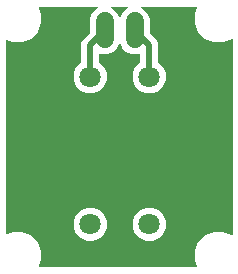
<source format=gbr>
G04 EAGLE Gerber RS-274X export*
G75*
%MOMM*%
%FSLAX34Y34*%
%LPD*%
%INTop Copper*%
%IPPOS*%
%AMOC8*
5,1,8,0,0,1.08239X$1,22.5*%
G01*
%ADD10C,1.800000*%
%ADD11C,1.524000*%
%ADD12C,0.500000*%

G36*
X171792Y10168D02*
X171792Y10168D01*
X171838Y10166D01*
X171913Y10188D01*
X171990Y10200D01*
X172030Y10222D01*
X172074Y10235D01*
X172138Y10279D01*
X172207Y10316D01*
X172239Y10349D01*
X172276Y10375D01*
X172323Y10438D01*
X172377Y10494D01*
X172396Y10536D01*
X172423Y10572D01*
X172447Y10646D01*
X172480Y10717D01*
X172485Y10763D01*
X172499Y10806D01*
X172499Y10884D01*
X172507Y10961D01*
X172497Y11006D01*
X172497Y11052D01*
X172459Y11184D01*
X172455Y11202D01*
X172452Y11206D01*
X172450Y11213D01*
X170339Y16310D01*
X170339Y24330D01*
X173409Y31740D01*
X179080Y37411D01*
X186490Y40481D01*
X194510Y40481D01*
X201387Y37632D01*
X201431Y37622D01*
X201473Y37603D01*
X201550Y37594D01*
X201626Y37576D01*
X201672Y37581D01*
X201717Y37575D01*
X201794Y37592D01*
X201871Y37599D01*
X201913Y37618D01*
X201958Y37628D01*
X202025Y37668D01*
X202096Y37699D01*
X202130Y37730D01*
X202169Y37754D01*
X202220Y37813D01*
X202277Y37866D01*
X202299Y37906D01*
X202329Y37941D01*
X202358Y38013D01*
X202395Y38081D01*
X202404Y38126D01*
X202421Y38169D01*
X202436Y38305D01*
X202439Y38323D01*
X202438Y38328D01*
X202439Y38336D01*
X202439Y202964D01*
X202432Y203010D01*
X202434Y203055D01*
X202412Y203130D01*
X202400Y203207D01*
X202378Y203248D01*
X202365Y203292D01*
X202321Y203356D01*
X202284Y203424D01*
X202251Y203456D01*
X202225Y203494D01*
X202162Y203540D01*
X202106Y203594D01*
X202064Y203613D01*
X202028Y203641D01*
X201954Y203665D01*
X201883Y203697D01*
X201837Y203703D01*
X201794Y203717D01*
X201716Y203716D01*
X201639Y203725D01*
X201594Y203715D01*
X201548Y203714D01*
X201416Y203676D01*
X201398Y203672D01*
X201394Y203670D01*
X201387Y203668D01*
X194510Y200819D01*
X186490Y200819D01*
X179080Y203889D01*
X173409Y209560D01*
X170339Y216970D01*
X170339Y224990D01*
X172409Y229987D01*
X172419Y230031D01*
X172439Y230073D01*
X172447Y230150D01*
X172465Y230226D01*
X172461Y230272D01*
X172466Y230317D01*
X172449Y230394D01*
X172442Y230471D01*
X172423Y230513D01*
X172414Y230558D01*
X172374Y230625D01*
X172342Y230696D01*
X172311Y230730D01*
X172287Y230769D01*
X172228Y230820D01*
X172176Y230877D01*
X172135Y230899D01*
X172100Y230929D01*
X172028Y230958D01*
X171960Y230995D01*
X171915Y231004D01*
X171872Y231021D01*
X171736Y231036D01*
X171718Y231039D01*
X171713Y231038D01*
X171706Y231039D01*
X125769Y231039D01*
X125673Y231024D01*
X125576Y231014D01*
X125552Y231004D01*
X125527Y231000D01*
X125441Y230954D01*
X125351Y230914D01*
X125332Y230897D01*
X125309Y230884D01*
X125242Y230814D01*
X125170Y230748D01*
X125158Y230725D01*
X125140Y230706D01*
X125099Y230618D01*
X125052Y230532D01*
X125047Y230507D01*
X125036Y230483D01*
X125025Y230386D01*
X125008Y230290D01*
X125012Y230264D01*
X125009Y230239D01*
X125030Y230143D01*
X125044Y230047D01*
X125056Y230024D01*
X125061Y229998D01*
X125111Y229915D01*
X125155Y229828D01*
X125174Y229809D01*
X125187Y229787D01*
X125262Y229724D01*
X125331Y229656D01*
X125360Y229640D01*
X125374Y229627D01*
X125405Y229615D01*
X125478Y229575D01*
X126529Y229139D01*
X130079Y225589D01*
X132001Y220950D01*
X132001Y209122D01*
X132015Y209032D01*
X132023Y208941D01*
X132035Y208911D01*
X132040Y208879D01*
X132083Y208799D01*
X132119Y208715D01*
X132145Y208683D01*
X132156Y208662D01*
X132179Y208640D01*
X132224Y208584D01*
X138039Y202769D01*
X139181Y200012D01*
X139181Y184276D01*
X139200Y184161D01*
X139217Y184045D01*
X139219Y184039D01*
X139220Y184033D01*
X139275Y183930D01*
X139328Y183826D01*
X139333Y183821D01*
X139336Y183816D01*
X139421Y183735D01*
X139504Y183654D01*
X139510Y183650D01*
X139514Y183647D01*
X139531Y183639D01*
X139599Y183601D01*
X143549Y179651D01*
X145681Y174505D01*
X145681Y168935D01*
X143549Y163789D01*
X139611Y159851D01*
X134465Y157719D01*
X128895Y157719D01*
X123749Y159851D01*
X119811Y163789D01*
X117679Y168935D01*
X117679Y174505D01*
X119811Y179651D01*
X123771Y183611D01*
X123808Y183634D01*
X123909Y183694D01*
X123913Y183699D01*
X123918Y183702D01*
X123992Y183791D01*
X124069Y183881D01*
X124071Y183887D01*
X124075Y183892D01*
X124117Y184000D01*
X124161Y184109D01*
X124162Y184117D01*
X124163Y184121D01*
X124164Y184140D01*
X124179Y184276D01*
X124179Y190388D01*
X124172Y190433D01*
X124174Y190479D01*
X124152Y190554D01*
X124140Y190631D01*
X124118Y190671D01*
X124105Y190715D01*
X124061Y190779D01*
X124024Y190848D01*
X123991Y190880D01*
X123965Y190917D01*
X123902Y190964D01*
X123846Y191018D01*
X123804Y191037D01*
X123768Y191064D01*
X123694Y191088D01*
X123623Y191121D01*
X123577Y191126D01*
X123534Y191140D01*
X123456Y191140D01*
X123379Y191148D01*
X123334Y191139D01*
X123288Y191138D01*
X123156Y191100D01*
X123138Y191096D01*
X123134Y191093D01*
X123127Y191091D01*
X121890Y190579D01*
X116870Y190579D01*
X112231Y192501D01*
X108681Y196051D01*
X107383Y199183D01*
X107345Y199244D01*
X107316Y199309D01*
X107281Y199348D01*
X107254Y199392D01*
X107198Y199438D01*
X107150Y199491D01*
X107104Y199516D01*
X107064Y199549D01*
X106997Y199575D01*
X106934Y199609D01*
X106883Y199618D01*
X106835Y199637D01*
X106763Y199640D01*
X106692Y199653D01*
X106641Y199645D01*
X106589Y199648D01*
X106520Y199628D01*
X106449Y199617D01*
X106403Y199593D01*
X106353Y199579D01*
X106294Y199538D01*
X106230Y199506D01*
X106193Y199468D01*
X106151Y199439D01*
X106108Y199381D01*
X106058Y199330D01*
X106023Y199267D01*
X106004Y199241D01*
X105997Y199219D01*
X105977Y199183D01*
X104679Y196051D01*
X101129Y192501D01*
X96490Y190579D01*
X91470Y190579D01*
X90233Y191091D01*
X90189Y191102D01*
X90147Y191121D01*
X90070Y191130D01*
X89994Y191148D01*
X89948Y191143D01*
X89903Y191148D01*
X89826Y191132D01*
X89749Y191124D01*
X89707Y191106D01*
X89662Y191096D01*
X89595Y191056D01*
X89524Y191024D01*
X89490Y190993D01*
X89451Y190970D01*
X89400Y190911D01*
X89343Y190858D01*
X89321Y190818D01*
X89291Y190783D01*
X89262Y190711D01*
X89225Y190643D01*
X89216Y190597D01*
X89199Y190555D01*
X89184Y190419D01*
X89181Y190400D01*
X89182Y190395D01*
X89181Y190388D01*
X89181Y184276D01*
X89200Y184161D01*
X89217Y184045D01*
X89219Y184039D01*
X89220Y184033D01*
X89275Y183930D01*
X89328Y183826D01*
X89333Y183821D01*
X89336Y183816D01*
X89421Y183735D01*
X89504Y183654D01*
X89510Y183650D01*
X89514Y183647D01*
X89531Y183639D01*
X89599Y183601D01*
X93549Y179651D01*
X95681Y174505D01*
X95681Y168935D01*
X93549Y163789D01*
X89611Y159851D01*
X84465Y157719D01*
X78895Y157719D01*
X73749Y159851D01*
X69811Y163789D01*
X67679Y168935D01*
X67679Y174505D01*
X69811Y179651D01*
X73771Y183611D01*
X73808Y183634D01*
X73909Y183694D01*
X73913Y183699D01*
X73918Y183702D01*
X73992Y183791D01*
X74069Y183881D01*
X74071Y183887D01*
X74075Y183892D01*
X74117Y184000D01*
X74161Y184109D01*
X74162Y184117D01*
X74163Y184121D01*
X74164Y184140D01*
X74179Y184276D01*
X74179Y200012D01*
X75321Y202769D01*
X81136Y208584D01*
X81189Y208658D01*
X81249Y208727D01*
X81261Y208758D01*
X81280Y208784D01*
X81307Y208871D01*
X81341Y208956D01*
X81345Y208996D01*
X81352Y209019D01*
X81351Y209051D01*
X81359Y209122D01*
X81359Y220950D01*
X83281Y225589D01*
X86831Y229139D01*
X87882Y229575D01*
X87965Y229626D01*
X88051Y229672D01*
X88069Y229691D01*
X88091Y229704D01*
X88153Y229779D01*
X88220Y229850D01*
X88231Y229874D01*
X88248Y229894D01*
X88283Y229985D01*
X88324Y230073D01*
X88327Y230099D01*
X88336Y230123D01*
X88340Y230221D01*
X88351Y230317D01*
X88345Y230343D01*
X88347Y230369D01*
X88319Y230463D01*
X88299Y230558D01*
X88285Y230580D01*
X88278Y230605D01*
X88222Y230685D01*
X88173Y230769D01*
X88153Y230786D01*
X88138Y230807D01*
X88060Y230866D01*
X87986Y230929D01*
X87961Y230939D01*
X87940Y230954D01*
X87848Y230984D01*
X87757Y231021D01*
X87725Y231024D01*
X87706Y231030D01*
X87673Y231030D01*
X87591Y231039D01*
X39114Y231039D01*
X39069Y231032D01*
X39023Y231034D01*
X38948Y231012D01*
X38872Y231000D01*
X38831Y230978D01*
X38787Y230965D01*
X38723Y230921D01*
X38654Y230884D01*
X38623Y230851D01*
X38585Y230825D01*
X38538Y230762D01*
X38485Y230706D01*
X38466Y230664D01*
X38438Y230628D01*
X38414Y230554D01*
X38381Y230483D01*
X38376Y230437D01*
X38362Y230394D01*
X38363Y230316D01*
X38354Y230239D01*
X38364Y230194D01*
X38364Y230148D01*
X38402Y230016D01*
X38406Y229998D01*
X38409Y229994D01*
X38411Y229987D01*
X40481Y224990D01*
X40481Y216970D01*
X37411Y209560D01*
X31740Y203889D01*
X24330Y200819D01*
X16310Y200819D01*
X11213Y202930D01*
X11169Y202941D01*
X11127Y202960D01*
X11050Y202969D01*
X10974Y202986D01*
X10928Y202982D01*
X10883Y202987D01*
X10806Y202971D01*
X10729Y202963D01*
X10687Y202945D01*
X10642Y202935D01*
X10575Y202895D01*
X10504Y202863D01*
X10470Y202832D01*
X10431Y202809D01*
X10380Y202750D01*
X10323Y202697D01*
X10301Y202657D01*
X10271Y202622D01*
X10242Y202550D01*
X10205Y202481D01*
X10196Y202436D01*
X10179Y202394D01*
X10164Y202258D01*
X10161Y202239D01*
X10162Y202234D01*
X10161Y202227D01*
X10161Y39073D01*
X10163Y39059D01*
X10162Y39049D01*
X10168Y39021D01*
X10166Y38982D01*
X10188Y38907D01*
X10200Y38830D01*
X10222Y38790D01*
X10235Y38746D01*
X10279Y38682D01*
X10316Y38613D01*
X10349Y38581D01*
X10375Y38544D01*
X10438Y38497D01*
X10494Y38443D01*
X10536Y38424D01*
X10572Y38397D01*
X10646Y38373D01*
X10717Y38340D01*
X10763Y38335D01*
X10806Y38321D01*
X10884Y38321D01*
X10961Y38313D01*
X11006Y38323D01*
X11052Y38323D01*
X11184Y38361D01*
X11202Y38365D01*
X11206Y38368D01*
X11213Y38370D01*
X16310Y40481D01*
X24330Y40481D01*
X31740Y37411D01*
X37411Y31740D01*
X40481Y24330D01*
X40481Y16310D01*
X38370Y11213D01*
X38359Y11169D01*
X38340Y11127D01*
X38331Y11050D01*
X38314Y10974D01*
X38318Y10928D01*
X38313Y10883D01*
X38329Y10806D01*
X38337Y10729D01*
X38355Y10687D01*
X38365Y10642D01*
X38405Y10575D01*
X38437Y10504D01*
X38468Y10470D01*
X38491Y10431D01*
X38550Y10380D01*
X38603Y10323D01*
X38643Y10301D01*
X38678Y10271D01*
X38750Y10242D01*
X38819Y10205D01*
X38864Y10196D01*
X38906Y10179D01*
X39042Y10164D01*
X39061Y10161D01*
X39066Y10162D01*
X39073Y10161D01*
X171747Y10161D01*
X171792Y10168D01*
G37*
%LPC*%
G36*
X128895Y32719D02*
X128895Y32719D01*
X123749Y34851D01*
X119811Y38789D01*
X117679Y43935D01*
X117679Y49505D01*
X119811Y54651D01*
X123749Y58589D01*
X128895Y60721D01*
X134465Y60721D01*
X139611Y58589D01*
X143549Y54651D01*
X145681Y49505D01*
X145681Y43935D01*
X143549Y38789D01*
X139611Y34851D01*
X134465Y32719D01*
X128895Y32719D01*
G37*
%LPD*%
%LPC*%
G36*
X78895Y32719D02*
X78895Y32719D01*
X73749Y34851D01*
X69811Y38789D01*
X67679Y43935D01*
X67679Y49505D01*
X69811Y54651D01*
X73749Y58589D01*
X78895Y60721D01*
X84465Y60721D01*
X89611Y58589D01*
X93549Y54651D01*
X95681Y49505D01*
X95681Y43935D01*
X93549Y38789D01*
X89611Y34851D01*
X84465Y32719D01*
X78895Y32719D01*
G37*
%LPD*%
G36*
X106719Y221995D02*
X106719Y221995D01*
X106771Y221992D01*
X106840Y222012D01*
X106911Y222023D01*
X106957Y222047D01*
X107007Y222061D01*
X107066Y222102D01*
X107130Y222134D01*
X107167Y222172D01*
X107209Y222201D01*
X107252Y222259D01*
X107302Y222310D01*
X107337Y222373D01*
X107356Y222399D01*
X107363Y222421D01*
X107383Y222457D01*
X108681Y225589D01*
X112231Y229139D01*
X113282Y229575D01*
X113365Y229626D01*
X113451Y229672D01*
X113469Y229691D01*
X113491Y229704D01*
X113553Y229779D01*
X113620Y229850D01*
X113631Y229874D01*
X113648Y229894D01*
X113683Y229985D01*
X113724Y230073D01*
X113727Y230099D01*
X113736Y230123D01*
X113740Y230221D01*
X113751Y230317D01*
X113745Y230343D01*
X113747Y230369D01*
X113719Y230463D01*
X113699Y230558D01*
X113685Y230580D01*
X113678Y230605D01*
X113622Y230685D01*
X113573Y230769D01*
X113553Y230786D01*
X113538Y230807D01*
X113460Y230866D01*
X113386Y230929D01*
X113361Y230939D01*
X113340Y230954D01*
X113248Y230984D01*
X113157Y231021D01*
X113125Y231024D01*
X113106Y231030D01*
X113073Y231030D01*
X112991Y231039D01*
X100369Y231039D01*
X100273Y231024D01*
X100176Y231014D01*
X100152Y231004D01*
X100127Y231000D01*
X100041Y230954D01*
X99951Y230914D01*
X99932Y230897D01*
X99909Y230884D01*
X99842Y230814D01*
X99770Y230748D01*
X99758Y230725D01*
X99740Y230706D01*
X99699Y230618D01*
X99652Y230532D01*
X99647Y230507D01*
X99636Y230483D01*
X99625Y230386D01*
X99608Y230290D01*
X99612Y230264D01*
X99609Y230239D01*
X99630Y230143D01*
X99644Y230047D01*
X99656Y230024D01*
X99661Y229998D01*
X99711Y229915D01*
X99755Y229828D01*
X99774Y229809D01*
X99787Y229787D01*
X99862Y229724D01*
X99931Y229656D01*
X99960Y229640D01*
X99974Y229627D01*
X100005Y229615D01*
X100078Y229575D01*
X101129Y229139D01*
X104679Y225589D01*
X105977Y222457D01*
X106015Y222396D01*
X106044Y222331D01*
X106079Y222292D01*
X106106Y222248D01*
X106162Y222202D01*
X106210Y222149D01*
X106256Y222124D01*
X106296Y222091D01*
X106363Y222065D01*
X106426Y222031D01*
X106477Y222022D01*
X106525Y222003D01*
X106597Y222000D01*
X106668Y221987D01*
X106719Y221995D01*
G37*
D10*
X131680Y171720D03*
X131680Y46720D03*
X81680Y46720D03*
X81680Y171720D03*
D11*
X93980Y203200D02*
X93980Y218440D01*
X119380Y218440D02*
X119380Y203200D01*
D12*
X131680Y198520D02*
X131680Y171720D01*
X131680Y198520D02*
X119380Y210820D01*
X81680Y198520D02*
X81680Y171720D01*
X81680Y198520D02*
X93980Y210820D01*
M02*

</source>
